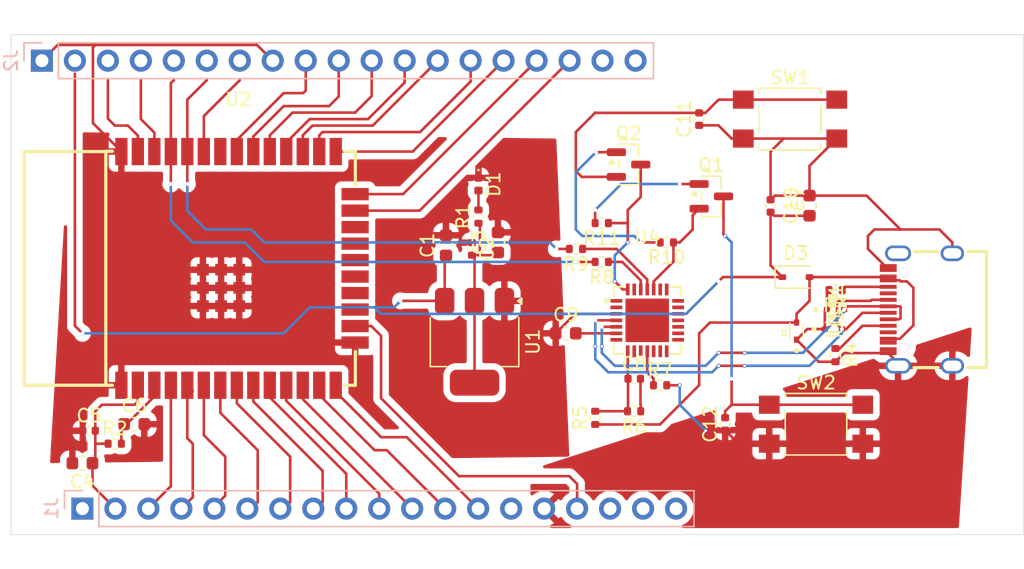
<source format=kicad_pcb>
(kicad_pcb (version 20241229) (generator "pcbnew") (generator_version "9.0")
  (layers (0 "F.Cu" signal) (2 "B.Cu" signal) (13 "F.Paste" user) (15 "B.Paste" user) (5 "F.SilkS" user "F.Silkscreen") (7 "B.SilkS" user "B.Silkscreen") (1 "F.Mask" user) (3 "B.Mask" user) (25 "Edge.Cuts" user))
  (net 0 "")
  (net 1 "VCC")
  (net 2 "GND")
  (net 3 "+3.3V")
  (net 4 "/CHIP_EN")
  (net 5 "Net-(C8-Pad2)")
  (net 6 "Net-(U4-VBUS)")
  (net 7 "/GPIO0")
  (net 8 "Net-(D1-A)")
  (net 9 "VBUS")
  (net 10 "Net-(Q1-B)")
  (net 11 "/RTS")
  (net 12 "/DTR")
  (net 13 "Net-(Q2-B)")
  (net 14 "Net-(USB1-CC2)")
  (net 15 "Net-(USB1-CC1)")
  (net 16 "Net-(U4-SUSPENDb)")
  (net 17 "/TXD0")
  (net 18 "Net-(U4-TXD)")
  (net 19 "/RXD0")
  (net 20 "Net-(U4-RXD)")
  (net 21 "/IO34")
  (net 22 "/SENSOR_VN")
  (net 23 "/IO0")
  (net 24 "/IO15")
  (net 25 "/IO16")
  (net 27 "/IO12")
  (net 29 "/IO35")
  (net 30 "/IO14")
  (net 31 "/IO4")
  (net 32 "/IO2")
  (net 33 "/1026")
  (net 34 "/1027")
  (net 36 "/IO19")
  (net 37 "/1021")
  (net 38 "/IO23")
  (net 39 "/IO18")
  (net 40 "/IO32")
  (net 41 "/1022")
  (net 42 "/IO17")
  (net 43 "/SENSOR_VP")
  (net 47 "/IO13")
  (net 48 "/IO33")
  (net 49 "/1025")
  (net 50 "/IO5")
  (net 52 "/USB_P")
  (net 53 "/USB_N")
  (footprint "Resistor_SMD:R_0402_1005Metric" (layer "F.Cu") (at 24.49 143.5)
    (property "Reference" "R2")
    (property "Value" "10K")
  )
  (footprint "Resistor_SMD:R_0402_1005Metric" (layer "F.Cu") (at 67.01 128 180)
    (property "Reference" "R10")
    (property "Value" "10K")
  )
  (footprint "Capacitor_SMD:C_0603_1608Metric" (layer "F.Cu") (at 59.225 135)
    (property "Reference" "C9")
    (property "Value" "10uF")
  )
  (footprint "LESD5D5.0CT1G:TVS_LESD5D5.0CT1G" (layer "F.Cu") (at 77 134.83 90)
    (property "Reference" "D2")
    (property "Value" "LESD5D5.0CT1G")
  )
  (footprint "Capacitor_SMD:C_0603_1608Metric" (layer "F.Cu") (at 54 128 90)
    (property "Reference" "C3")
    (property "Value" "10uF")
  )
  (footprint "Capacitor_SMD:C_0603_1608Metric" (layer "F.Cu") (at 22 145 180)
    (property "Reference" "C4")
    (property "Value" "10uF")
  )
  (footprint "USB-TYPE-C-018:USB-C_SMD-TYPE-C-31-M-12" (layer "F.Cu") (at 86.53 133.17 90)
    (property "Reference" "USB1")
    (property "Value" "USB-TYPE-C-018")
  )
  (footprint "Resistor_SMD:R_0402_1005Metric" (layer "F.Cu") (at 62 126.51 180)
    (property "Reference" "R11")
    (property "Value" "10K")
  )
  (footprint "Capacitor_SMD:C_0603_1608Metric" (layer "F.Cu") (at 50 128.225 90)
    (property "Reference" "C1")
    (property "Value" "10uF")
  )
  (footprint "Capacitor_SMD:C_0402_1005Metric" (layer "F.Cu") (at 71.5 141.98 90)
    (property "Reference" "C12")
    (property "Value" "100nF")
  )
  (footprint "Resistor_SMD:R_0402_1005Metric" (layer "F.Cu") (at 60.01 128.5 180)
    (property "Reference" "R9")
    (property "Value" "0")
  )
  (footprint "Button_Switch_SMD:SW_SPST_TL3305A" (layer "F.Cu") (at 76.5 118.5)
    (property "Reference" "SW1")
    (property "Value" "SW_Push")
  )
  (footprint "Resistor_SMD:R_0402_1005Metric" (layer "F.Cu") (at 52.5 126.01 90)
    (property "Reference" "R1")
    (property "Value" "4.7K")
  )
  (footprint "Capacitor_SMD:C_0603_1608Metric" (layer "F.Cu") (at 78 125.17 90)
    (property "Reference" "C10")
    (property "Value" "10uF")
  )
  (footprint "Capacitor_SMD:C_0402_1005Metric" (layer "F.Cu") (at 52 128.5 -90)
    (property "Reference" "C2")
    (property "Value" "100nF")
  )
  (footprint "Resistor_SMD:R_0402_1005Metric" (layer "F.Cu") (at 66.49 139)
    (property "Reference" "R7")
    (property "Value" "47K5")
  )
  (footprint "Resistor_SMD:R_0402_1005Metric" (layer "F.Cu") (at 80.01 131.67 180)
    (property "Reference" "R3")
    (property "Value" "5K1")
  )
  (footprint "LED_SMD:LED_0402_1005Metric" (layer "F.Cu") (at 52.5 123.515 -90)
    (property "Reference" "D1")
    (property "Value" "LED")
  )
  (footprint "Capacitor_SMD:C_0402_1005Metric" (layer "F.Cu") (at 69.5 118.5 90)
    (property "Reference" "C11")
    (property "Value" "100nF")
  )
  (footprint "Capacitor_SMD:C_0402_1005Metric" (layer "F.Cu") (at 22.51 142.5)
    (property "Reference" "C5")
    (property "Value" "100nF")
  )
  (footprint "LESD5D5.0CT1G:TVS_LESD5D5.0CT1G" (layer "F.Cu") (at 80 133.17)
    (property "Reference" "D4")
    (property "Value" "LESD5D5.0CT1G")
  )
  (footprint "Diode_SMD:D_SOD-323" (layer "F.Cu") (at 76.95 130.67)
    (property "Reference" "D3")
    (property "Value" "1N5819WS")
  )
  (footprint "Button_Switch_SMD:SW_SPST_TL3305A" (layer "F.Cu") (at 78.5 142)
    (property "Reference" "SW2")
    (property "Value" "SW_Push")
  )
  (footprint "Capacitor_SMD:C_0402_1005Metric" (layer "F.Cu") (at 64.5 138.5)
    (property "Reference" "C8")
    (property "Value" "1uF")
  )
  (footprint "Resistor_SMD:R_0402_1005Metric" (layer "F.Cu") (at 61.5 141.51 90)
    (property "Reference" "R5")
    (property "Value" "22K")
  )
  (footprint "Resistor_SMD:R_0402_1005Metric" (layer "F.Cu") (at 80 136.68 -90)
    (property "Reference" "R4")
    (property "Value" "5K1")
  )
  (footprint "CP2102N-A02-GQFN28:QFN-28_L5.0-W5.0-P0.50-TL-EP3.3" (layer "F.Cu") (at 65.5 134)
    (property "Reference" "U4")
    (property "Value" "CP2102N-A02-GQFN28")
  )
  (footprint "Capacitor_SMD:C_0402_1005Metric" (layer "F.Cu") (at 75 125.19 -90)
    (property "Reference" "C7")
    (property "Value" "100nF")
  )
  (footprint "LESD5D5.0CT1G:TVS_LESD5D5.0CT1G" (layer "F.Cu") (at 79.84 134.67)
    (property "Reference" "D5")
    (property "Value" "LESD5D5.0CT1G")
  )
  (footprint "Package_TO_SOT_SMD:SOT-23" (layer "F.Cu") (at 64.0625 122)
    (property "Reference" "Q2")
    (property "Value" "SS8050")
  )
  (footprint "Capacitor_SMD:C_0603_1608Metric" (layer "F.Cu") (at 25.99 142)
    (property "Reference" "C6")
    (property "Value" "10uF")
  )
  (footprint "Package_TO_SOT_SMD:SOT-23" (layer "F.Cu") (at 70.4375 124.45)
    (property "Reference" "Q1")
    (property "Value" "SS8050")
  )
  (footprint "Resistor_SMD:R_0402_1005Metric" (layer "F.Cu") (at 62 129.5 180)
    (property "Reference" "R8")
    (property "Value" "0")
  )
  (footprint "ESP32-WROOM-32E-N4:WIFI-SMD_ESP32-WROOM-32E" (layer "F.Cu") (at 34 130)
    (property "Reference" "U2")
    (property "Value" "ESP32-WROOM-32E(4MB)")
  )
  (footprint "Package_TO_SOT_SMD:SOT-223-3_TabPin2" (layer "F.Cu") (at 52.2 135.65 -90)
    (property "Reference" "U1")
    (property "Value" "AMS1117-3.3")
  )
  (footprint "Resistor_SMD:R_0402_1005Metric" (layer "F.Cu") (at 64.49 141 180)
    (property "Reference" "R6")
    (property "Value" "47K5")
  )
  (footprint "Connector_PinHeader_2.54mm:PinHeader_1x19_P2.54mm_Vertical" (layer "B.Cu") (at 18.88 114 -90)
    (property "Reference" "J2")
    (property "Value" "Conn_01x19")
  )
  (footprint "Connector_PinHeader_2.54mm:PinHeader_1x19_P2.54mm_Vertical" (layer "B.Cu") (at 22 148.5 -90)
    (property "Reference" "J1")
    (property "Value" "Conn_01x19")
  )
  (gr_rect (start 16.5 112) (end 94.5 150.5) (stroke (width 0.05)) (fill no) (layer "Edge.Cuts"))
  (segment (start 75.9 130.67) (end 71.33 130.67) (width 0.2) (layer "F.Cu") (net 1))
  (segment (start 75.275 125.945) (end 75 125.67) (width 0.2) (layer "F.Cu") (net 1))
  (segment (start 49.9 129.1) (end 50 129) (width 0.2) (layer "F.Cu") (net 1))
  (segment (start 71.33 130.67) (end 71 131) (width 0.2) (layer "F.Cu") (net 1))
  (segment (start 75 129.77) (end 75.9 130.67) (width 0.2) (layer "F.Cu") (net 1))
  (segment (start 21.42 134.42) (end 22 135) (width 0.2) (layer "F.Cu") (net 1))
  (segment (start 78 125.945) (end 75.275 125.945) (width 0.2) (layer "F.Cu") (net 1))
  (segment (start 49.9 132.5) (end 49.9 129.1) (width 0.2) (layer "F.Cu") (net 1))
  (segment (start 21.42 115) (end 21.42 134.42) (width 0.2) (layer "F.Cu") (net 1))
  (segment (start 49.9 132.5) (end 46.5 132.5) (width 0.2) (layer "F.Cu") (net 1))
  (segment (start 75 125.67) (end 75 129.77) (width 0.2) (layer "F.Cu") (net 1))
  (via (at 22 135) (size 0.3) (drill 0.3) (layers "F.Cu" "B.Cu") (net 1))
  (via (at 71 131) (size 0.3) (drill 0.3) (layers "F.Cu" "B.Cu") (net 1))
  (via (at 46.5 132.5) (size 0.3) (drill 0.3) (layers "F.Cu" "B.Cu") (net 1))
  (via (at 71 131) (size 0.3) (drill 0.3) (layers "F.Cu" "B.Cu") (net 1))
  (segment (start 45 133.5) (end 44.5 133) (width 0.2) (layer "B.Cu") (net 1))
  (segment (start 39.5 133) (end 37.5 135) (width 0.2) (layer "B.Cu") (net 1))
  (segment (start 68.5 133.5) (end 45 133.5) (width 0.2) (layer "B.Cu") (net 1))
  (segment (start 71 131) (end 68.5 133.5) (width 0.2) (layer "B.Cu") (net 1))
  (segment (start 44.5 133) (end 39.5 133) (width 0.2) (layer "B.Cu") (net 1))
  (segment (start 44.5 133) (end 46 133) (width 0.2) (layer "B.Cu") (net 1))
  (segment (start 37.5 135) (end 22 135) (width 0.2) (layer "B.Cu") (net 1))
  (segment (start 46 133) (end 46.5 132.5) (width 0.2) (layer "B.Cu") (net 1))
  (segment (start 75 121) (end 75 124.71) (width 0.2) (layer "F.Cu") (net 2))
  (segment (start 80.1 120) (end 76 120) (width 0.2) (layer "F.Cu") (net 2))
  (segment (start 84.82 137.5) (end 84.82 137.28) (width 0.2) (layer "F.Cu") (net 2))
  (segment (start 74.9 143.5) (end 72.5 143.5) (width 0.2) (layer "F.Cu") (net 2))
  (segment (start 82.395 124.395) (end 85 127) (width 0.2) (layer "F.Cu") (net 2))
  (segment (start 18.88 114) (end 18.5 114.38) (width 0.2) (layer "F.Cu") (net 2))
  (segment (start 77 135.49) (end 77.01 135.49) (width 0.2) (layer "F.Cu") (net 2))
  (segment (start 89 128) (end 89 128.84) (width 0.2) (layer "F.Cu") (net 2))
  (segment (start 77.83 134.67) (end 79.18 134.67) (width 0.2) (layer "F.Cu") (net 2))
  (segment (start 84.82 137.28) (end 84.06 136.52) (width 0.2) (layer "F.Cu") (net 2))
  (segment (start 36.66 114) (end 35.451 112.791) (width 0.2) (layer "F.Cu") (net 2))
  (segment (start 67 139) (end 68 139) (width 0.2) (layer "F.Cu") (net 2))
  (segment (start 35.451 112.791) (end 23 112.791) (width 0.2) (layer "F.Cu") (net 2))
  (segment (start 82.5 127.5) (end 83 127) (width 0.2) (layer "F.Cu") (net 2))
  (segment (start 84.82 137.5) (end 89 137.5) (width 0.2) (layer "F.Cu") (net 2))
  (segment (start 82.1 143.5) (end 74.9 143.5) (width 0.2) (layer "F.Cu") (net 2))
  (segment (start 59.95 133.5) (end 63.12 133.5) (width 0.2) (layer "F.Cu") (net 2))
  (segment (start 72.5 143.46) (end 71.5 142.46) (width 0.2) (layer "F.Cu") (net 2))
  (segment (start 78 124.395) (end 75.315 124.395) (width 0.2) (layer "F.Cu") (net 2))
  (segment (start 79.34 131.83) (end 79.5 131.67) (width 0.2) (layer "F.Cu") (net 2))
  (segment (start 80.67 136.52) (end 80 137.19) (width 0.2) (layer "F.Cu") (net 2))
  (segment (start 78 124.395) (end 78 122.1) (width 0.2) (layer "F.Cu") (net 2))
  (segment (start 76 120) (end 75 121) (width 0.2) (layer "F.Cu") (net 2))
  (segment (start 79.18 133.33) (end 79.34 133.17) (width 0.2) (layer "F.Cu") (net 2))
  (segment (start 58.45 135) (end 59.95 133.5) (width 0.2) (layer "F.Cu") (net 2))
  (segment (start 72.9 120) (end 72 120) (width 0.2) (layer "F.Cu") (net 2))
  (segment (start 75.315 124.395) (end 75 124.71) (width 0.2) (layer "F.Cu") (net 2))
  (segment (start 82.5 128.5) (end 82.5 127.5) (width 0.2) (layer "F.Cu") (net 2))
  (segment (start 76 120) (end 72.9 120) (width 0.2) (layer "F.Cu") (net 2))
  (segment (start 78 124.395) (end 82.395 124.395) (width 0.2) (layer "F.Cu") (net 2))
  (segment (start 20.089 112.791) (end 18.88 114) (width 0.2) (layer "F.Cu") (net 2))
  (segment (start 71.46 142.5) (end 71.5 142.46) (width 0.2) (layer "F.Cu") (net 2))
  (segment (start 72 120) (end 70.98 118.98) (width 0.2) (layer "F.Cu") (net 2))
  (segment (start 79.34 133.17) (end 79.34 131.83) (width 0.2) (layer "F.Cu") (net 2))
  (segment (start 83.82 129.82) (end 82.5 128.5) (width 0.2) (layer "F.Cu") (net 2))
  (segment (start 88 127) (end 89 128) (width 0.2) (layer "F.Cu") (net 2))
  (segment (start 84.06 129.82) (end 83.82 129.82) (width 0.2) (layer "F.Cu") (net 2))
  (segment (start 23 112.791) (end 22.809 112.982) (width 0.2) (layer "F.Cu") (net 2))
  (segment (start 70 142.5) (end 71.46 142.5) (width 0.2) (layer "F.Cu") (net 2))
  (segment (start 83 127) (end 85 127) (width 0.2) (layer "F.Cu") (net 2))
  (segment (start 89 138.5) (end 89 137.5) (width 0.2) (layer "F.Cu") (net 2))
  (segment (start 22.809 118.809) (end 25 121) (width 0.2) (layer "F.Cu") (net 2))
  (segment (start 84 143.5) (end 89 138.5) (width 0.2) (layer "F.Cu") (net 2))
  (segment (start 84.06 136.52) (end 80.67 136.52) (width 0.2) (layer "F.Cu") (net 2))
  (segment (start 22.809 112.982) (end 22.809 118.809) (width 0.2) (layer "F.Cu") (net 2))
  (segment (start 77.01 135.49) (end 77.83 134.67) (width 0.2) (layer "F.Cu") (net 2))
  (segment (start 70.98 118.98) (end 69.5 118.98) (width 0.2) (layer "F.Cu") (net 2))
  (segment (start 80 137.19) (end 78.7 137.19) (width 0.2) (layer "F.Cu") (net 2))
  (segment (start 78 122.1) (end 80.1 120) (width 0.2) (layer "F.Cu") (net 2))
  (segment (start 85 127) (end 88 127) (width 0.2) (layer "F.Cu") (net 2))
  (segment (start 78.7 137.19) (end 77 135.49) (width 0.2) (layer "F.Cu") (net 2))
  (segment (start 72.5 143.5) (end 72.5 143.46) (width 0.2) (layer "F.Cu") (net 2))
  (segment (start 23 112.791) (end 20.089 112.791) (width 0.2) (layer "F.Cu") (net 2))
  (segment (start 79.18 134.67) (end 79.18 133.33) (width 0.2) (layer "F.Cu") (net 2))
  (segment (start 82.1 143.5) (end 84 143.5) (width 0.2) (layer "F.Cu") (net 2))
  (via (at 68 139) (size 0.3) (drill 0.2) (layers "F.Cu" "B.Cu") (net 2))
  (via (at 70 142.5) (size 0.3) (drill 0.2) (layers "F.Cu" "B.Cu") (net 2))
  (segment (start 68 139) (end 68 140.5) (width 0.2) (layer "B.Cu") (net 2))
  (segment (start 68 140.5) (end 70 142.5) (width 0.2) (layer "B.Cu") (net 2))
  (segment (start 52.2 132.5) (end 52.2 129.18) (width 0.2) (layer "F.Cu") (net 3))
  (segment (start 26.27 139) (end 26.27 140.25) (width 0.2) (layer "F.Cu") (net 3))
  (segment (start 52.611 126.631) (end 52.5 126.52) (width 0.2) (layer "F.Cu") (net 3))
  (segment (start 22.99 141.01) (end 22.99 142.5) (width 0.2) (layer "F.Cu") (net 3))
  (segment (start 22.99 143.5) (end 22.99 144.95) (width 0.2) (layer "F.Cu") (net 3))
  (segment (start 52.2 138.8) (end 52.2 132.5) (width 0.2) (layer "F.Cu") (net 3))
  (segment (start 22.775 145) (end 22.775 146.735) (width 0.2) (layer "F.Cu") (net 3))
  (segment (start 52.5 128.98) (end 52.611 128.869) (width 0.2) (layer "F.Cu") (net 3))
  (segment (start 22.775 146.735) (end 24.54 148.5) (width 0.2) (layer "F.Cu") (net 3))
  (segment (start 23.98 143.5) (end 22.99 143.5) (width 0.2) (layer "F.Cu") (net 3))
  (segment (start 52 128.98) (end 52.5 128.98) (width 0.2) (layer "F.Cu") (net 3))
  (segment (start 52.5 128.98) (end 53.795 128.98) (width 0.2) (layer "F.Cu") (net 3))
  (segment (start 63.12 135) (end 60 135) (width 0.2) (layer "F.Cu") (net 3))
  (segment (start 53.795 128.98) (end 54 128.775) (width 0.2) (layer "F.Cu") (net 3))
  (segment (start 22.99 144.95) (end 23.04 145) (width 0.2) (layer "F.Cu") (net 3))
  (segment (start 52.611 128.869) (end 52.611 126.631) (width 0.2) (layer "F.Cu") (net 3))
  (segment (start 26.02 140.5) (end 23.5 140.5) (width 0.2) (layer "F.Cu") (net 3))
  (segment (start 23.5 140.5) (end 22.99 141.01) (width 0.2) (layer "F.Cu") (net 3))
  (segment (start 26.27 140.25) (end 26.02 140.5) (width 0.2) (layer "F.Cu") (net 3))
  (segment (start 52.2 129.18) (end 52 128.98) (width 0.2) (layer "F.Cu") (net 3))
  (segment (start 22.99 142.5) (end 22.99 143.5) (width 0.2) (layer "F.Cu") (net 3))
  (segment (start 71.5 141.5) (end 71.5 141) (width 0.2) (layer "F.Cu") (net 4))
  (segment (start 71.375 127.375) (end 71.375 124.45) (width 0.2) (layer "F.Cu") (net 4))
  (segment (start 25 142.215) (end 25.215 142) (width 0.2) (layer "F.Cu") (net 4))
  (segment (start 25.397 142) (end 27.54 139.857) (width 0.2) (layer "F.Cu") (net 4))
  (segment (start 25 143.5) (end 25 142.215) (width 0.2) (layer "F.Cu") (net 4))
  (segment (start 27.54 139.857) (end 27.54 139) (width 0.2) (layer "F.Cu") (net 4))
  (segment (start 71.5 127.5) (end 71.375 127.375) (width 0.2) (layer "F.Cu") (net 4))
  (segment (start 25.215 142) (end 25.397 142) (width 0.2) (layer "F.Cu") (net 4))
  (segment (start 72 138.5) (end 72 140.5) (width 0.2) (layer "F.Cu") (net 4))
  (segment (start 74.9 140.5) (end 82.1 140.5) (width 0.2) (layer "F.Cu") (net 4))
  (segment (start 71.5 141) (end 72 140.5) (width 0.2) (layer "F.Cu") (net 4))
  (segment (start 72 140.5) (end 74.9 140.5) (width 0.2) (layer "F.Cu") (net 4))
  (via (at 71.5 127.5) (size 0.3) (drill 0.2) (layers "F.Cu" "B.Cu") (net 4))
  (via (at 72 138.5) (size 0.3) (drill 0.3) (layers "F.Cu" "B.Cu") (net 4))
  (segment (start 72 128) (end 71.5 127.5) (width 0.2) (layer "B.Cu") (net 4))
  (segment (start 72 138.5) (end 72 128) (width 0.2) (layer "B.Cu") (net 4))
  (segment (start 65 140.5) (end 64.98 140.48) (width 0.2) (layer "F.Cu") (net 5))
  (segment (start 65 141) (end 65 140.5) (width 0.2) (layer "F.Cu") (net 5))
  (segment (start 64.98 140.48) (end 64.98 138.5) (width 0.2) (layer "F.Cu") (net 5))
  (segment (start 63.98 141) (end 61.5 141) (width 0.2) (layer "F.Cu") (net 6))
  (segment (start 64.02 140.96) (end 63.98 141) (width 0.2) (layer "F.Cu") (net 6))
  (segment (start 64.02 138.5) (end 64.02 140.96) (width 0.2) (layer "F.Cu") (net 6))
  (segment (start 64 136.38) (end 64 138.48) (width 0.2) (layer "F.Cu") (net 6))
  (segment (start 64 138.48) (end 64.02 138.5) (width 0.2) (layer "F.Cu") (net 6))
  (segment (start 71 117) (end 72.9 117) (width 0.2) (layer "F.Cu") (net 7))
  (segment (start 61.52 118.02) (end 69.5 118.02) (width 0.2) (layer "F.Cu") (net 7))
  (segment (start 69.98 118.02) (end 71 117) (width 0.2) (layer "F.Cu") (net 7))
  (segment (start 72.9 117) (end 80.1 117) (width 0.2) (layer "F.Cu") (net 7))
  (segment (start 69.5 118.02) (end 69.98 118.02) (width 0.2) (layer "F.Cu") (net 7))
  (segment (start 60 119.5) (end 61.5 118) (width 0.2) (layer "F.Cu") (net 7))
  (segment (start 60 122.5) (end 60 119.5) (width 0.2) (layer "F.Cu") (net 7))
  (segment (start 63.125 122.95) (end 60.45 122.95) (width 0.2) (layer "F.Cu") (net 7))
  (segment (start 60.45 122.95) (end 60 122.5) (width 0.2) (layer "F.Cu") (net 7))
  (segment (start 61.5 118) (end 61.52 118.02) (width 0.2) (layer "F.Cu") (net 7))
  (segment (start 52.5 125.5) (end 52.5 124) (width 0.2) (layer "F.Cu") (net 8))
  (segment (start 85.5 131) (end 85.023281 131) (width 0.2) (layer "F.Cu") (net 9))
  (segment (start 77 133.5) (end 77 134.17) (width 0.2) (layer "F.Cu") (net 9))
  (segment (start 69.5 135) (end 70.33 134.17) (width 0.2) (layer "F.Cu") (net 9))
  (segment (start 78 130.67) (end 83.81 130.67) (width 0.2) (layer "F.Cu") (net 9))
  (segment (start 84.06 135.42) (end 84.962 135.42) (width 0.2) (layer "F.Cu") (net 9))
  (segment (start 78 132.5) (end 77 133.5) (width 0.2) (layer "F.Cu") (net 9))
  (segment (start 85.023281 131) (end 84.943281 130.92) (width 0.2) (layer "F.Cu") (net 9))
  (segment (start 61.5 142.02) (end 66.48 142.02) (width 0.2) (layer "F.Cu") (net 9))
  (segment (start 86 131.5) (end 85.5 131) (width 0.2) (layer "F.Cu") (net 9))
  (segment (start 69.5 139) (end 69.5 135) (width 0.2) (layer "F.Cu") (net 9))
  (segment (start 70.33 134.17) (end 77 134.17) (width 0.2) (layer "F.Cu") (net 9))
  (segment (start 78 130.67) (end 78 132.5) (width 0.2) (layer "F.Cu") (net 9))
  (segment (start 86 134.382) (end 86 131.5) (width 0.2) (layer "F.Cu") (net 9))
  (segment (start 84.962 135.42) (end 86 134.382) (width 0.2) (layer "F.Cu") (net 9))
  (segment (start 84.943281 130.92) (end 84.06 130.92) (width 0.2) (layer "F.Cu") (net 9))
  (segment (start 66.48 142.02) (end 69.5 139) (width 0.2) (layer "F.Cu") (net 9))
  (segment (start 61.5 125.5) (end 61.49 125.51) (width 0.2) (layer "F.Cu") (net 10))
  (segment (start 69.5 123.5) (end 68 123.5) (width 0.2) (layer "F.Cu") (net 10))
  (segment (start 61.49 126.51) (end 61.49 125.51) (width 0.2) (layer "F.Cu") (net 10))
  (via (at 61.5 125.5) (size 0.3) (drill 0.3) (layers "F.Cu" "B.Cu") (net 10))
  (via (at 68 123.5) (size 0.3) (drill 0.3) (layers "F.Cu" "B.Cu") (net 10))
  (segment (start 68 123.5) (end 63.5 123.5) (width 0.2) (layer "B.Cu") (net 10))
  (segment (start 63.5 123.5) (end 61.5 125.5) (width 0.2) (layer "B.Cu") (net 10))
  (segment (start 67.52 128) (end 68 128) (width 0.2) (layer "F.Cu") (net 11))
  (segment (start 69 125.9) (end 69.5 125.4) (width 0.2) (layer "F.Cu") (net 11))
  (segment (start 66 131) (end 67.52 129.48) (width 0.2) (layer "F.Cu") (net 11))
  (segment (start 69 127) (end 69 125.9) (width 0.2) (layer "F.Cu") (net 11))
  (segment (start 68 128) (end 69 127) (width 0.2) (layer "F.Cu") (net 11))
  (segment (start 66 131.62) (end 66 131) (width 0.2) (layer "F.Cu") (net 11))
  (segment (start 67.52 129.48) (end 67.52 128) (width 0.2) (layer "F.Cu") (net 11))
  (segment (start 64 125.5) (end 65 124.5) (width 0.2) (layer "F.Cu") (net 12))
  (segment (start 64 126.52) (end 64 128) (width 0.2) (layer "F.Cu") (net 12))
  (segment (start 64 126.5) (end 64 125.5) (width 0.2) (layer "F.Cu") (net 12))
  (segment (start 63.99 126.51) (end 64 126.52) (width 0.2) (layer "F.Cu") (net 12))
  (segment (start 63.62 131.62) (end 63 131) (width 0.2) (layer "F.Cu") (net 12))
  (segment (start 63.99 126.51) (end 64 126.5) (width 0.2) (layer "F.Cu") (net 12))
  (segment (start 65 124.5) (end 65 122) (width 0.2) (layer "F.Cu") (net 12))
  (segment (start 62.51 126.51) (end 63.99 126.51) (width 0.2) (layer "F.Cu") (net 12))
  (segment (start 64 131.62) (end 63.62 131.62) (width 0.2) (layer "F.Cu") (net 12))
  (via (at 64 128) (size 0.3) (drill 0.2) (layers "F.Cu" "B.Cu") (net 12))
  (via (at 63 131) (size 0.3) (drill 0.2) (layers "F.Cu" "B.Cu") (net 12))
  (segment (start 63 129) (end 63 131) (width 0.2) (layer "B.Cu") (net 12))
  (segment (start 64 128) (end 63 129) (width 0.2) (layer "B.Cu") (net 12))
  (segment (start 66.5 128) (end 65 128) (width 0.2) (layer "F.Cu") (net 13))
  (segment (start 63.125 121.05) (end 61.55 121.05) (width 0.2) (layer "F.Cu") (net 13))
  (via (at 61.55 121.05) (size 0.3) (drill 0.3) (layers "F.Cu" "B.Cu") (net 13))
  (via (at 65 128) (size 0.3) (drill 0.3) (layers "F.Cu" "B.Cu") (net 13))
  (segment (start 60.5 127.5) (end 64.5 127.5) (width 0.2) (layer "B.Cu") (net 13))
  (segment (start 60 122.6) (end 60 127) (width 0.2) (layer "B.Cu") (net 13))
  (segment (start 60 127) (end 60.5 127.5) (width 0.2) (layer "B.Cu") (net 13))
  (segment (start 61.55 121.05) (end 60 122.6) (width 0.2) (layer "B.Cu") (net 13))
  (segment (start 64.5 127.5) (end 65 128) (width 0.2) (layer "B.Cu") (net 13))
  (segment (start 80.52 131.67) (end 80.77 131.42) (width 0.2) (layer "F.Cu") (net 14))
  (segment (start 80.77 131.42) (end 84.06 131.42) (width 0.2) (layer "F.Cu") (net 14))
  (segment (start 82.08 134.42) (end 84.06 134.42) (width 0.2) (layer "F.Cu") (net 15))
  (segment (start 80 136.17) (end 80.33 136.17) (width 0.2) (layer "F.Cu") (net 15))
  (segment (start 80.33 136.17) (end 82.08 134.42) (width 0.2) (layer "F.Cu") (net 15))
  (segment (start 65.5 138) (end 65.5 136.38) (width 0.2) (layer "F.Cu") (net 16))
  (segment (start 65.98 139) (end 65.98 138.48) (width 0.2) (layer "F.Cu") (net 16))
  (segment (start 65.98 138.48) (end 65.5 138) (width 0.2) (layer "F.Cu") (net 16))
  (segment (start 28.81 117.5) (end 28.81 115.73) (width 0.2) (layer "F.Cu") (net 17))
  (segment (start 61.49 129.5) (end 60 129.5) (width 0.2) (layer "F.Cu") (net 17))
  (segment (start 28.81 121) (end 28.81 123.5) (width 0.2) (layer "F.Cu") (net 17))
  (segment (start 28.81 121) (end 28.81 117.5) (width 0.2) (layer "F.Cu") (net 17))
  (segment (start 28.81 115.73) (end 29.04 115.5) (width 0.2) (layer "F.Cu") (net 17))
  (via (at 60 129.5) (size 0.3) (drill 0.3) (layers "F.Cu" "B.Cu") (net 17))
  (via (at 28.81 123.5) (size 0.3) (drill 0.3) (layers "F.Cu" "B.Cu") (net 17))
  (segment (start 34.5 128) (end 30.5 128) (width 0.2) (layer "B.Cu") (net 17))
  (segment (start 28.81 126.31) (end 28.81 123.5) (width 0.2) (layer "B.Cu") (net 17))
  (segment (start 60 129.5) (end 36 129.5) (width 0.2) (layer "B.Cu") (net 17))
  (segment (start 36 129.5) (end 34.5 128) (width 0.2) (layer "B.Cu") (net 17))
  (segment (start 30.5 128) (end 28.81 126.31) (width 0.2) (layer "B.Cu") (net 17))
  (segment (start 65 130.923) (end 63.577 129.5) (width 0.2) (layer "F.Cu") (net 18))
  (segment (start 65 131.62) (end 65 130.923) (width 0.2) (layer "F.Cu") (net 18))
  (segment (start 63.577 129.5) (end 62.51 129.5) (width 0.2) (layer "F.Cu") (net 18))
  (segment (start 30.08 121) (end 30.08 123.5) (width 0.2) (layer "F.Cu") (net 19))
  (segment (start 59.5 128.5) (end 58.5 128.5) (width 0.2) (layer "F.Cu") (net 19))
  (segment (start 30.08 117) (end 31.58 115.5) (width 0.2) (layer "F.Cu") (net 19))
  (segment (start 30.08 121) (end 30.08 117) (width 0.2) (layer "F.Cu") (net 19))
  (via (at 58.5 128.5) (size 0.3) (drill 0.3) (layers "F.Cu" "B.Cu") (net 19))
  (via (at 30.08 123.5) (size 0.3) (drill 0.3) (layers "F.Cu" "B.Cu") (net 19))
  (via (at 58.5 128.5) (size 0.3) (drill 0.3) (layers "F.Cu" "B.Cu") (net 19))
  (segment (start 36 128) (end 58 128) (width 0.2) (layer "B.Cu") (net 19))
  (segment (start 58 128) (end 58.5 128.5) (width 0.2) (layer "B.Cu") (net 19))
  (segment (start 30.08 125.58) (end 31.5 127) (width 0.2) (layer "B.Cu") (net 19))
  (segment (start 35 127) (end 36 128) (width 0.2) (layer "B.Cu") (net 19))
  (segment (start 31.5 127) (end 35 127) (width 0.2) (layer "B.Cu") (net 19))
  (segment (start 30.08 123.5) (end 30.08 125.58) (width 0.2) (layer "B.Cu") (net 19))
  (segment (start 63.1441 128.5) (end 60.52 128.5) (width 0.2) (layer "F.Cu") (net 20))
  (segment (start 65.5 131.62) (end 65.5 130.8559) (width 0.2) (layer "F.Cu") (net 20))
  (segment (start 65.5 130.8559) (end 63.1441 128.5) (width 0.2) (layer "F.Cu") (net 20))
  (segment (start 31.35 142.85) (end 31.35 139) (width 0.2) (layer "F.Cu") (net 21))
  (segment (start 33 147.5) (end 33 144.5) (width 0.2) (layer "F.Cu") (net 21))
  (segment (start 33 144.5) (end 31.35 142.85) (width 0.2) (layer "F.Cu") (net 21))
  (segment (start 32.16 148.34) (end 33 147.5) (width 0.2) (layer "F.Cu") (net 21))
  (segment (start 32.16 148.5) (end 32.16 148.34) (width 0.2) (layer "F.Cu") (net 21))
  (segment (start 30.5 139.42) (end 30.08 139) (width 0.2) (layer "F.Cu") (net 22))
  (segment (start 30.5 143.5) (end 30.08 143.08) (width 0.2) (layer "F.Cu") (net 22))
  (segment (start 29.62 148.5) (end 30.5 147.62) (width 0.2) (layer "F.Cu") (net 22))
  (segment (start 30.08 143.08) (end 30.08 139) (width 0.2) (layer "F.Cu") (net 22))
  (segment (start 30.5 147.62) (end 30.5 143.5) (width 0.2) (layer "F.Cu") (net 22))
  (segment (start 47.44 121) (end 54.44 114) (width 0.2) (layer "F.Cu") (net 23))
  (segment (start 41.51 121) (end 47.44 121) (width 0.2) (layer "F.Cu") (net 23))
  (segment (start 47.97 125.55) (end 59.52 114) (width 0.2) (layer "F.Cu") (net 24))
  (segment (start 43 125.55) (end 47.97 125.55) (width 0.2) (layer "F.Cu") (net 24))
  (segment (start 38.97 119.75) (end 39.72 119) (width 0.2) (layer "F.Cu") (net 25))
  (segment (start 38.97 121) (end 38.97 119.75) (width 0.2) (layer "F.Cu") (net 25))
  (segment (start 39.72 119) (end 44.36 119) (width 0.2) (layer "F.Cu") (net 25))
  (segment (start 44.36 119) (end 49.36 114) (width 0.2) (layer "F.Cu") (net 25))
  (segment (start 41.51 139.51) (end 41.51 139) (width 0.2) (layer "F.Cu") (net 27))
  (segment (start 45 143) (end 41.51 139.51) (width 0.2) (layer "F.Cu") (net 27))
  (segment (start 52.48 148.5) (end 46.98 143) (width 0.2) (layer "F.Cu") (net 27))
  (segment (start 46.98 143) (end 45 143) (width 0.2) (layer "F.Cu") (net 27))
  (segment (start 35 148.5) (end 35.5 148) (width 0.2) (layer "F.Cu") (net 29))
  (segment (start 35.5 148) (end 35.5 144) (width 0.2) (layer "F.Cu") (net 29))
  (segment (start 35.5 144) (end 32.62 141.12) (width 0.2) (layer "F.Cu") (net 29))
  (segment (start 32.62 141.12) (end 32.62 139) (width 0.2) (layer "F.Cu") (net 29))
  (segment (start 34.7 148.5) (end 35 148.5) (width 0.2) (layer "F.Cu") (net 29))
  (segment (start 49.94 148.5) (end 45.44 144) (width 0.2) (layer "F.Cu") (net 30))
  (segment (start 44.5 144) (end 40.24 139.74) (width 0.2) (layer "F.Cu") (net 30))
  (segment (start 45.44 144) (end 44.5 144) (width 0.2) (layer "F.Cu") (net 30))
  (segment (start 40.24 139.74) (end 40.24 139) (width 0.2) (layer "F.Cu") (net 30))
  (segment (start 51.9 115.6) (end 51.9 114) (width 0.2) (layer "F.Cu") (net 31))
  (segment (start 40.49 119.5) (end 48 119.5) (width 0.2) (layer "F.Cu") (net 31))
  (segment (start 40.24 119.75) (end 40.49 119.5) (width 0.2) (layer "F.Cu") (net 31))
  (segment (start 40.24 121) (end 40.24 119.75) (width 0.2) (layer "F.Cu") (net 31))
  (segment (start 48 119.5) (end 51.9 115.6) (width 0.2) (layer "F.Cu") (net 31))
  (segment (start 43 124.28) (end 46.7 124.28) (width 0.2) (layer "F.Cu") (net 32))
  (segment (start 46.7 124.28) (end 56.98 114) (width 0.2) (layer "F.Cu") (net 32))
  (segment (start 44.86 147.36) (end 37.7 140.2) (width 0.2) (layer "F.Cu") (net 33))
  (segment (start 37.7 140.2) (end 37.7 139) (width 0.2) (layer "F.Cu") (net 33))
  (segment (start 44.86 148.5) (end 44.86 147.36) (width 0.2) (layer "F.Cu") (net 33))
  (segment (start 38.97 140.07) (end 38.97 139) (width 0.2) (layer "F.Cu") (net 34))
  (segment (start 47.4 148.5) (end 38.97 140.07) (width 0.2) (layer "F.Cu") (net 34))
  (segment (start 39 116.5) (end 39.2 116.3) (width 0.2) (layer "F.Cu") (net 36))
  (segment (start 39.2 116.3) (end 39.2 114) (width 0.2) (layer "F.Cu") (net 36))
  (segment (start 33.89 120.11) (end 37.5 116.5) (width 0.2) (layer "F.Cu") (net 36))
  (segment (start 33.89 121) (end 33.89 120.11) (width 0.2) (layer "F.Cu") (net 36))
  (segment (start 37.5 116.5) (end 39 116.5) (width 0.2) (layer "F.Cu") (net 36))
  (segment (start 31.35 118.27) (end 34.12 115.5) (width 0.2) (layer "F.Cu") (net 37))
  (segment (start 31.35 121) (end 31.35 118.27) (width 0.2) (layer "F.Cu") (net 37))
  (segment (start 26.27 119.77) (end 25.5 119) (width 0.2) (layer "F.Cu") (net 38))
  (segment (start 23.96 118.46) (end 23.96 115.5) (width 0.2) (layer "F.Cu") (net 38))
  (segment (start 24.5 119) (end 23.96 118.46) (width 0.2) (layer "F.Cu") (net 38))
  (segment (start 26.27 121) (end 26.27 119.77) (width 0.2) (layer "F.Cu") (net 38))
  (segment (start 25.5 119) (end 24.5 119) (width 0.2) (layer "F.Cu") (net 38))
  (segment (start 41 117.5) (end 41.74 116.76) (width 0.2) (layer "F.Cu") (net 39))
  (segment (start 35.16 119.84) (end 37.5 117.5) (width 0.2) (layer "F.Cu") (net 39))
  (segment (start 41.74 116.76) (end 41.74 114) (width 0.2) (layer "F.Cu") (net 39))
  (segment (start 35.16 121) (end 35.16 119.84) (width 0.2) (layer "F.Cu") (net 39))
  (segment (start 37.5 117.5) (end 41 117.5) (width 0.2) (layer "F.Cu") (net 39))
  (segment (start 37.24 148.5) (end 37.5 148.5) (width 0.2) (layer "F.Cu") (net 40))
  (segment (start 38 148) (end 38 144.5) (width 0.2) (layer "F.Cu") (net 40))
  (segment (start 33.89 140.39) (end 33.89 139) (width 0.2) (layer "F.Cu") (net 40))
  (segment (start 37.5 148.5) (end 38 148) (width 0.2) (layer "F.Cu") (net 40))
  (segment (start 38 144.5) (end 33.89 140.39) (width 0.2) (layer "F.Cu") (net 40))
  (segment (start 27.54 121) (end 27.54 119.54) (width 0.2) (layer "F.Cu") (net 41))
  (segment (start 26.5 118.5) (end 26.5 117.5) (width 0.2) (layer "F.Cu") (net 41))
  (segment (start 27.54 119.54) (end 26.5 118.5) (width 0.2) (layer "F.Cu") (net 41))
  (segment (start 26.5 117.5) (end 26.5 115.5) (width 0.2) (layer "F.Cu") (net 41))
  (segment (start 46.82 115.68) (end 46.82 114) (width 0.2) (layer "F.Cu") (net 42))
  (segment (start 37.7 120.3) (end 39.5 118.5) (width 0.2) (layer "F.Cu") (net 42))
  (segment (start 37.7 121) (end 37.7 120.3) (width 0.2) (layer "F.Cu") (net 42))
  (segment (start 39.5 118.5) (end 44 118.5) (width 0.2) (layer "F.Cu") (net 42))
  (segment (start 44 118.5) (end 46.82 115.68) (width 0.2) (layer "F.Cu") (net 42))
  (segment (start 28.81 146.77) (end 28.81 139) (width 0.2) (layer "F.Cu") (net 43))
  (segment (start 27.08 148.5) (end 28.81 146.77) (width 0.2) (layer "F.Cu") (net 43))
  (segment (start 59.5 146) (end 51 146) (width 0.2) (layer "F.Cu") (net 47))
  (segment (start 51 146) (end 45 140) (width 0.2) (layer "F.Cu") (net 47))
  (segment (start 60.1 148.5) (end 60.1 146.6) (width 0.2) (layer "F.Cu") (net 47))
  (segment (start 60.1 146.6) (end 59.5 146) (width 0.2) (layer "F.Cu") (net 47))
  (segment (start 45 140) (end 45 135.19) (width 0.2) (layer "F.Cu") (net 47))
  (segment (start 45 135.19) (end 44.25 134.44) (width 0.2) (layer "F.Cu") (net 47))
  (segment (start 44.25 134.44) (end 43 134.44) (width 0.2) (layer "F.Cu") (net 47))
  (segment (start 35.16 140.25) (end 35.16 139) (width 0.2) (layer "F.Cu") (net 48))
  (segment (start 40 148.5) (end 40.5 148) (width 0.2) (layer "F.Cu") (net 48))
  (segment (start 40.5 145.59) (end 35.16 140.25) (width 0.2) (layer "F.Cu") (net 48))
  (segment (start 40.5 148) (end 40.5 145.59) (width 0.2) (layer "F.Cu") (net 48))
  (segment (start 39.78 148.5) (end 40 148.5) (width 0.2) (layer "F.Cu") (net 48))
  (segment (start 42.32 148.5) (end 42.32 145.82) (width 0.2) (layer "F.Cu") (net 49))
  (segment (start 36.43 139.93) (end 36.43 139) (width 0.2) (layer "F.Cu") (net 49))
  (segment (start 42.32 145.82) (end 36.43 139.93) (width 0.2) (layer "F.Cu") (net 49))
  (segment (start 38.18 118) (end 43 118) (width 0.2) (layer "F.Cu") (net 50))
  (segment (start 43 118) (end 44.28 116.72) (width 0.2) (layer "F.Cu") (net 50))
  (segment (start 36.43 119.75) (end 38.18 118) (width 0.2) (layer "F.Cu") (net 50))
  (segment (start 44.28 116.72) (end 44.28 114) (width 0.2) (layer "F.Cu") (net 50))
  (segment (start 36.43 121) (end 36.43 119.75) (width 0.2) (layer "F.Cu") (net 50))
  (segment (start 80.119 134.289) (end 80.119 132.669) (width 0.2) (layer "F.Cu") (net 52))
  (segment (start 63.12 134) (end 61.5 134) (width 0.2) (layer "F.Cu") (net 52))
  (segment (start 80.119 132.669) (end 80.287 132.501) (width 0.2) (layer "F.Cu") (net 52))
  (segment (start 80.5 134.67) (end 80.119 134.289) (width 0.2) (layer "F.Cu") (net 52))
  (segment (start 71 137.5) (end 73 137.5) (width 0.2) (layer "F.Cu") (net 52))
  (segment (start 82.788521 132.42) (end 84.06 132.42) (width 0.2) (layer "F.Cu") (net 52))
  (segment (start 82.08 133.42) (end 84.06 133.42) (width 0.2) (layer "F.Cu") (net 52))
  (segment (start 80.287 132.501) (end 82.707521 132.501) (width 0.2) (layer "F.Cu") (net 52))
  (segment (start 82.707521 132.501) (end 82.788521 132.42) (width 0.2) (layer "F.Cu") (net 52))
  (segment (start 80.5 134.67) (end 80.83 134.67) (width 0.2) (layer "F.Cu") (net 52))
  (segment (start 80.83 134.67) (end 82.08 133.42) (width 0.2) (layer "F.Cu") (net 52))
  (via (at 61.5 136) (size 0.3) (drill 0.2) (layers "F.Cu" "B.Cu") (net 52))
  (via (at 73 137.5) (size 0.3) (drill 0.2) (layers "F.Cu" "B.Cu") (net 52))
  (via (at 61.5 134) (size 0.3) (drill 0.3) (layers "F.Cu" "B.Cu") (net 52))
  (via (at 80.5 134.67) (size 0.3) (drill 0.3) (layers "F.Cu" "B.Cu") (net 52))
  (via (at 71 137.5) (size 0.3) (drill 0.2) (layers "F.Cu" "B.Cu") (net 52))
  (segment (start 80.5 135) (end 80.5 134.67) (width 0.2) (layer "B.Cu") (net 52))
  (segment (start 61.5 134) (end 61.5 136) (width 0.2) (layer "B.Cu") (net 52))
  (segment (start 78 137.5) (end 79.5 136) (width 0.2) (layer "B.Cu") (net 52))
  (segment (start 61.5 136) (end 61.5 137) (width 0.2) (layer "B.Cu") (net 52))
  (segment (start 61.5 137) (end 62.5 138) (width 0.2) (layer "B.Cu") (net 52))
  (segment (start 73 137.5) (end 78 137.5) (width 0.2) (layer "B.Cu") (net 52))
  (segment (start 70.5 138) (end 71 137.5) (width 0.2) (layer "B.Cu") (net 52))
  (segment (start 79.5 136) (end 80.5 135) (width 0.2) (layer "B.Cu") (net 52))
  (segment (start 62.5 138) (end 70.5 138) (width 0.2) (layer "B.Cu") (net 52))
  (segment (start 85.011 132.969) (end 84.962 132.92) (width 0.2) (layer "F.Cu") (net 53))
  (segment (start 84.92 133.92) (end 85.011 133.829) (width 0.2) (layer "F.Cu") (net 53))
  (segment (start 71 136.5) (end 73 136.5) (width 0.2) (layer "F.Cu") (net 53))
  (segment (start 80.91 132.92) (end 84.06 132.92) (width 0.2) (layer "F.Cu") (net 53))
  (segment (start 85.011 133.829) (end 85.011 132.969) (width 0.2) (layer "F.Cu") (net 53))
  (segment (start 80.66 133.17) (end 80.91 132.92) (width 0.2) (layer "F.Cu") (net 53))
  (segment (start 84.06 133.92) (end 84.92 133.92) (width 0.2) (layer "F.Cu") (net 53))
  (segment (start 84.962 132.92) (end 84.06 132.92) (width 0.2) (layer "F.Cu") (net 53))
  (segment (start 63.12 134.5) (end 62 134.5) (width 0.2) (layer "F.Cu") (net 53))
  (via (at 62 136) (size 0.3) (drill 0.2) (layers "F.Cu" "B.Cu") (net 53))
  (via (at 73 136.5) (size 0.3) (drill 0.2) (layers "F.Cu" "B.Cu") (net 53))
  (via (at 71 136.5) (size 0.3) (drill 0.2) (layers "F.Cu" "B.Cu") (net 53))
  (via (at 80.66 133.17) (size 0.3) (drill 0.3) (layers "F.Cu" "B.Cu") (net 53))
  (via (at 62 134.5) (size 0.3) (drill 0.3) (layers "F.Cu" "B.Cu") (net 53))
  (via (at 73 136.5) (size 0.3) (drill 0.2) (layers "F.Cu" "B.Cu") (net 53))
  (segment (start 62 134.5) (end 62 136) (width 0.2) (layer "B.Cu") (net 53))
  (segment (start 62 136.5) (end 63 137.5) (width 0.2) (layer "B.Cu") (net 53))
  (segment (start 77.5 136.5) (end 80.66 133.34) (width 0.2) (layer "B.Cu") (net 53))
  (segment (start 73 136.5) (end 77.5 136.5) (width 0.2) (layer "B.Cu") (net 53))
  (segment (start 70 137.5) (end 71 136.5) (width 0.2) (layer "B.Cu") (net 53))
  (segment (start 63 137.5) (end 70 137.5) (width 0.2) (layer "B.Cu") (net 53))
  (segment (start 62 136) (end 62 136.5) (width 0.2) (layer "B.Cu") (net 53))
  (segment (start 80.66 133.34) (end 80.66 133.17) (width 0.2) (layer "B.Cu") (net 53))
  (zone (net 2) (net_name "GND") (layer "F.Cu") (connect_pads (clearance 0.5)) (min_thickness 0.25) (fill yes (thermal_gap 0.5) (thermal_bridge_width 0.5))
    (polygon (pts (xy 21 119.5) (xy 19.5 145) (xy 59.5 144.5) (xy 58.5 120)))
  )
  (zone (net 2) (net_name "GND") (layer "F.Cu") (priority 1) (connect_pads (clearance 0.5)) (min_thickness 0.25) (fill yes (thermal_gap 0.5) (thermal_bridge_width 0.5))
    (polygon (pts (xy 56.5 145.5) (xy 56.5 150) (xy 89.5 150) (xy 90.5 134.5)))
  )
)
</source>
